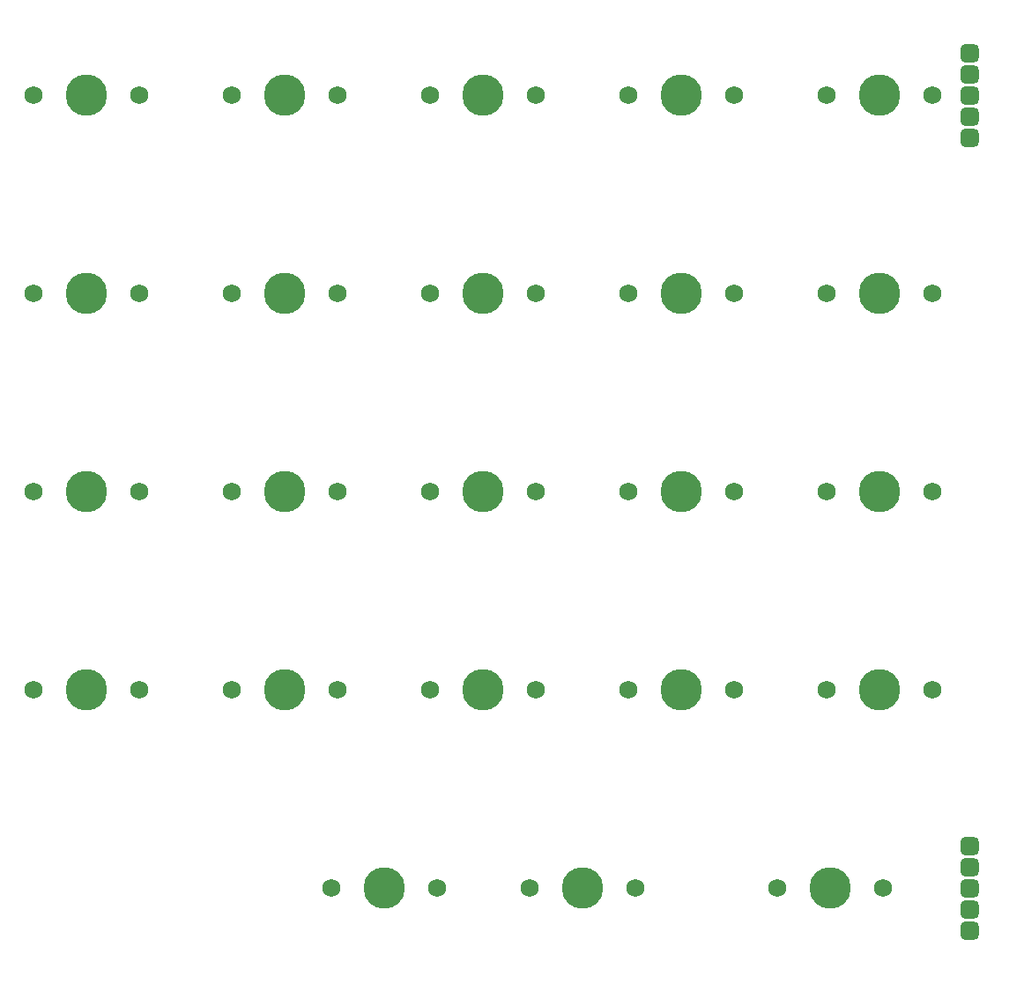
<source format=gts>
%TF.GenerationSoftware,KiCad,Pcbnew,(5.1.12)-1*%
%TF.CreationDate,2022-01-05T11:41:57-05:00*%
%TF.ProjectId,gasket-1,6761736b-6574-42d3-912e-6b696361645f,rev?*%
%TF.SameCoordinates,Original*%
%TF.FileFunction,Soldermask,Top*%
%TF.FilePolarity,Negative*%
%FSLAX46Y46*%
G04 Gerber Fmt 4.6, Leading zero omitted, Abs format (unit mm)*
G04 Created by KiCad (PCBNEW (5.1.12)-1) date 2022-01-05 11:41:57*
%MOMM*%
%LPD*%
G01*
G04 APERTURE LIST*
%ADD10C,1.750000*%
%ADD11C,3.987800*%
G04 APERTURE END LIST*
D10*
%TO.C,MX21*%
X112236250Y-69056250D03*
X102076250Y-69056250D03*
D11*
X107156250Y-69056250D03*
%TD*%
%TO.C,M2*%
G36*
G01*
X114947700Y-103562150D02*
X114947700Y-102685850D01*
G75*
G02*
X115385850Y-102247700I438150J0D01*
G01*
X116262150Y-102247700D01*
G75*
G02*
X116700300Y-102685850I0J-438150D01*
G01*
X116700300Y-103562150D01*
G75*
G02*
X116262150Y-104000300I-438150J0D01*
G01*
X115385850Y-104000300D01*
G75*
G02*
X114947700Y-103562150I0J438150D01*
G01*
G37*
G36*
G01*
X114947700Y-105594150D02*
X114947700Y-104717850D01*
G75*
G02*
X115385850Y-104279700I438150J0D01*
G01*
X116262150Y-104279700D01*
G75*
G02*
X116700300Y-104717850I0J-438150D01*
G01*
X116700300Y-105594150D01*
G75*
G02*
X116262150Y-106032300I-438150J0D01*
G01*
X115385850Y-106032300D01*
G75*
G02*
X114947700Y-105594150I0J438150D01*
G01*
G37*
G36*
G01*
X114947700Y-107626150D02*
X114947700Y-106749850D01*
G75*
G02*
X115385850Y-106311700I438150J0D01*
G01*
X116262150Y-106311700D01*
G75*
G02*
X116700300Y-106749850I0J-438150D01*
G01*
X116700300Y-107626150D01*
G75*
G02*
X116262150Y-108064300I-438150J0D01*
G01*
X115385850Y-108064300D01*
G75*
G02*
X114947700Y-107626150I0J438150D01*
G01*
G37*
G36*
G01*
X114947700Y-109658150D02*
X114947700Y-108781850D01*
G75*
G02*
X115385850Y-108343700I438150J0D01*
G01*
X116262150Y-108343700D01*
G75*
G02*
X116700300Y-108781850I0J-438150D01*
G01*
X116700300Y-109658150D01*
G75*
G02*
X116262150Y-110096300I-438150J0D01*
G01*
X115385850Y-110096300D01*
G75*
G02*
X114947700Y-109658150I0J438150D01*
G01*
G37*
G36*
G01*
X114947700Y-111690150D02*
X114947700Y-110813850D01*
G75*
G02*
X115385850Y-110375700I438150J0D01*
G01*
X116262150Y-110375700D01*
G75*
G02*
X116700300Y-110813850I0J-438150D01*
G01*
X116700300Y-111690150D01*
G75*
G02*
X116262150Y-112128300I-438150J0D01*
G01*
X115385850Y-112128300D01*
G75*
G02*
X114947700Y-111690150I0J438150D01*
G01*
G37*
%TD*%
%TO.C,M1*%
G36*
G01*
X114947700Y-35490150D02*
X114947700Y-34613850D01*
G75*
G02*
X115385850Y-34175700I438150J0D01*
G01*
X116262150Y-34175700D01*
G75*
G02*
X116700300Y-34613850I0J-438150D01*
G01*
X116700300Y-35490150D01*
G75*
G02*
X116262150Y-35928300I-438150J0D01*
G01*
X115385850Y-35928300D01*
G75*
G02*
X114947700Y-35490150I0J438150D01*
G01*
G37*
G36*
G01*
X114947700Y-33458150D02*
X114947700Y-32581850D01*
G75*
G02*
X115385850Y-32143700I438150J0D01*
G01*
X116262150Y-32143700D01*
G75*
G02*
X116700300Y-32581850I0J-438150D01*
G01*
X116700300Y-33458150D01*
G75*
G02*
X116262150Y-33896300I-438150J0D01*
G01*
X115385850Y-33896300D01*
G75*
G02*
X114947700Y-33458150I0J438150D01*
G01*
G37*
G36*
G01*
X114947700Y-31426150D02*
X114947700Y-30549850D01*
G75*
G02*
X115385850Y-30111700I438150J0D01*
G01*
X116262150Y-30111700D01*
G75*
G02*
X116700300Y-30549850I0J-438150D01*
G01*
X116700300Y-31426150D01*
G75*
G02*
X116262150Y-31864300I-438150J0D01*
G01*
X115385850Y-31864300D01*
G75*
G02*
X114947700Y-31426150I0J438150D01*
G01*
G37*
G36*
G01*
X114947700Y-29394150D02*
X114947700Y-28517850D01*
G75*
G02*
X115385850Y-28079700I438150J0D01*
G01*
X116262150Y-28079700D01*
G75*
G02*
X116700300Y-28517850I0J-438150D01*
G01*
X116700300Y-29394150D01*
G75*
G02*
X116262150Y-29832300I-438150J0D01*
G01*
X115385850Y-29832300D01*
G75*
G02*
X114947700Y-29394150I0J438150D01*
G01*
G37*
G36*
G01*
X114947700Y-27362150D02*
X114947700Y-26485850D01*
G75*
G02*
X115385850Y-26047700I438150J0D01*
G01*
X116262150Y-26047700D01*
G75*
G02*
X116700300Y-26485850I0J-438150D01*
G01*
X116700300Y-27362150D01*
G75*
G02*
X116262150Y-27800300I-438150J0D01*
G01*
X115385850Y-27800300D01*
G75*
G02*
X114947700Y-27362150I0J438150D01*
G01*
G37*
%TD*%
D10*
%TO.C,MX19*%
X112236250Y-30956250D03*
X102076250Y-30956250D03*
D11*
X107156250Y-30956250D03*
%TD*%
D10*
%TO.C,MX18*%
X83661250Y-107156250D03*
X73501250Y-107156250D03*
D11*
X78581250Y-107156250D03*
%TD*%
D10*
%TO.C,MX23*%
X107473750Y-107156250D03*
X97313750Y-107156250D03*
D11*
X102393750Y-107156250D03*
%TD*%
D10*
%TO.C,MX22*%
X112236250Y-88106250D03*
X102076250Y-88106250D03*
D11*
X107156250Y-88106250D03*
%TD*%
D10*
%TO.C,MX20*%
X112236250Y-50006250D03*
X102076250Y-50006250D03*
D11*
X107156250Y-50006250D03*
%TD*%
D10*
%TO.C,MX17*%
X93186250Y-88106250D03*
X83026250Y-88106250D03*
D11*
X88106250Y-88106250D03*
%TD*%
D10*
%TO.C,MX16*%
X93186250Y-69056250D03*
X83026250Y-69056250D03*
D11*
X88106250Y-69056250D03*
%TD*%
D10*
%TO.C,MX15*%
X93186250Y-50006250D03*
X83026250Y-50006250D03*
D11*
X88106250Y-50006250D03*
%TD*%
D10*
%TO.C,MX14*%
X93186250Y-30956250D03*
X83026250Y-30956250D03*
D11*
X88106250Y-30956250D03*
%TD*%
D10*
%TO.C,MX13*%
X64611250Y-107156250D03*
X54451250Y-107156250D03*
D11*
X59531250Y-107156250D03*
%TD*%
D10*
%TO.C,MX12*%
X74136250Y-88106250D03*
X63976250Y-88106250D03*
D11*
X69056250Y-88106250D03*
%TD*%
D10*
%TO.C,MX11*%
X74136250Y-69056250D03*
X63976250Y-69056250D03*
D11*
X69056250Y-69056250D03*
%TD*%
D10*
%TO.C,MX10*%
X74136250Y-50006250D03*
X63976250Y-50006250D03*
D11*
X69056250Y-50006250D03*
%TD*%
D10*
%TO.C,MX9*%
X74136250Y-30956250D03*
X63976250Y-30956250D03*
D11*
X69056250Y-30956250D03*
%TD*%
D10*
%TO.C,MX8*%
X55086250Y-88106250D03*
X44926250Y-88106250D03*
D11*
X50006250Y-88106250D03*
%TD*%
D10*
%TO.C,MX7*%
X55086250Y-69056250D03*
X44926250Y-69056250D03*
D11*
X50006250Y-69056250D03*
%TD*%
D10*
%TO.C,MX6*%
X55086250Y-50006250D03*
X44926250Y-50006250D03*
D11*
X50006250Y-50006250D03*
%TD*%
D10*
%TO.C,MX5*%
X55086250Y-30956250D03*
X44926250Y-30956250D03*
D11*
X50006250Y-30956250D03*
%TD*%
D10*
%TO.C,MX4*%
X36036250Y-88106250D03*
X25876250Y-88106250D03*
D11*
X30956250Y-88106250D03*
%TD*%
D10*
%TO.C,MX3*%
X36036250Y-69056250D03*
X25876250Y-69056250D03*
D11*
X30956250Y-69056250D03*
%TD*%
D10*
%TO.C,MX2*%
X36036250Y-50006250D03*
X25876250Y-50006250D03*
D11*
X30956250Y-50006250D03*
%TD*%
D10*
%TO.C,MX1*%
X36036250Y-30956250D03*
X25876250Y-30956250D03*
D11*
X30956250Y-30956250D03*
%TD*%
M02*

</source>
